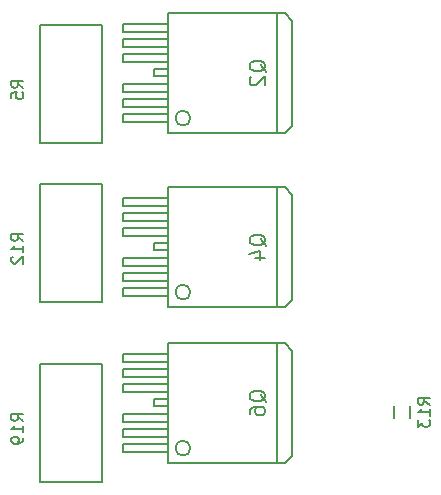
<source format=gbr>
G04 #@! TF.FileFunction,Legend,Bot*
%FSLAX46Y46*%
G04 Gerber Fmt 4.6, Leading zero omitted, Abs format (unit mm)*
G04 Created by KiCad (PCBNEW (2015-05-26 BZR 5684)-product) date Thu 13 Aug 2015 05:18:35 PM PDT*
%MOMM*%
G01*
G04 APERTURE LIST*
%ADD10C,0.100000*%
%ADD11C,0.150000*%
%ADD12C,0.200000*%
G04 APERTURE END LIST*
D10*
D11*
X149479000Y-87884000D02*
X150622000Y-87884000D01*
X149479000Y-87249000D02*
X150622000Y-87249000D01*
X149479000Y-87884000D02*
X149479000Y-87249000D01*
D12*
X150622000Y-84170000D02*
X146812000Y-84170000D01*
X146812000Y-84170000D02*
X146812000Y-83470000D01*
X146812000Y-83470000D02*
X150622000Y-83470000D01*
X150622000Y-85440000D02*
X146812000Y-85440000D01*
X146812000Y-85440000D02*
X146812000Y-84740000D01*
X146812000Y-84740000D02*
X150622000Y-84740000D01*
X150622000Y-86710000D02*
X146812000Y-86710000D01*
X146812000Y-86710000D02*
X146812000Y-86010000D01*
X146812000Y-86010000D02*
X150622000Y-86010000D01*
X150622000Y-89250000D02*
X146812000Y-89250000D01*
X146812000Y-89250000D02*
X146812000Y-88550000D01*
X146812000Y-88550000D02*
X150622000Y-88550000D01*
X150622000Y-90520000D02*
X146812000Y-90520000D01*
X146812000Y-90520000D02*
X146812000Y-89820000D01*
X146812000Y-89820000D02*
X150622000Y-89820000D01*
X150622000Y-91790000D02*
X146812000Y-91790000D01*
X146812000Y-91790000D02*
X146812000Y-91090000D01*
X146812000Y-91090000D02*
X150622000Y-91090000D01*
X152527000Y-91440000D02*
G75*
G03X152527000Y-91440000I-635000J0D01*
G01*
X159893000Y-92710000D02*
X160528000Y-92710000D01*
X160528000Y-92710000D02*
X161163000Y-92075000D01*
X161163000Y-92075000D02*
X161163000Y-83185000D01*
X161163000Y-83185000D02*
X160528000Y-82550000D01*
X160528000Y-82550000D02*
X159893000Y-82550000D01*
X150622000Y-92710000D02*
X150622000Y-82550000D01*
X150622000Y-82550000D02*
X159893000Y-82550000D01*
X159893000Y-82550000D02*
X159893000Y-92710000D01*
X159893000Y-92710000D02*
X150622000Y-92710000D01*
D11*
X149479000Y-102616000D02*
X150622000Y-102616000D01*
X149479000Y-101981000D02*
X150622000Y-101981000D01*
X149479000Y-102616000D02*
X149479000Y-101981000D01*
D12*
X150622000Y-98902000D02*
X146812000Y-98902000D01*
X146812000Y-98902000D02*
X146812000Y-98202000D01*
X146812000Y-98202000D02*
X150622000Y-98202000D01*
X150622000Y-100172000D02*
X146812000Y-100172000D01*
X146812000Y-100172000D02*
X146812000Y-99472000D01*
X146812000Y-99472000D02*
X150622000Y-99472000D01*
X150622000Y-101442000D02*
X146812000Y-101442000D01*
X146812000Y-101442000D02*
X146812000Y-100742000D01*
X146812000Y-100742000D02*
X150622000Y-100742000D01*
X150622000Y-103982000D02*
X146812000Y-103982000D01*
X146812000Y-103982000D02*
X146812000Y-103282000D01*
X146812000Y-103282000D02*
X150622000Y-103282000D01*
X150622000Y-105252000D02*
X146812000Y-105252000D01*
X146812000Y-105252000D02*
X146812000Y-104552000D01*
X146812000Y-104552000D02*
X150622000Y-104552000D01*
X150622000Y-106522000D02*
X146812000Y-106522000D01*
X146812000Y-106522000D02*
X146812000Y-105822000D01*
X146812000Y-105822000D02*
X150622000Y-105822000D01*
X152527000Y-106172000D02*
G75*
G03X152527000Y-106172000I-635000J0D01*
G01*
X159893000Y-107442000D02*
X160528000Y-107442000D01*
X160528000Y-107442000D02*
X161163000Y-106807000D01*
X161163000Y-106807000D02*
X161163000Y-97917000D01*
X161163000Y-97917000D02*
X160528000Y-97282000D01*
X160528000Y-97282000D02*
X159893000Y-97282000D01*
X150622000Y-107442000D02*
X150622000Y-97282000D01*
X150622000Y-97282000D02*
X159893000Y-97282000D01*
X159893000Y-97282000D02*
X159893000Y-107442000D01*
X159893000Y-107442000D02*
X150622000Y-107442000D01*
D11*
X149479000Y-115824000D02*
X150622000Y-115824000D01*
X149479000Y-115189000D02*
X150622000Y-115189000D01*
X149479000Y-115824000D02*
X149479000Y-115189000D01*
D12*
X150622000Y-112110000D02*
X146812000Y-112110000D01*
X146812000Y-112110000D02*
X146812000Y-111410000D01*
X146812000Y-111410000D02*
X150622000Y-111410000D01*
X150622000Y-113380000D02*
X146812000Y-113380000D01*
X146812000Y-113380000D02*
X146812000Y-112680000D01*
X146812000Y-112680000D02*
X150622000Y-112680000D01*
X150622000Y-114650000D02*
X146812000Y-114650000D01*
X146812000Y-114650000D02*
X146812000Y-113950000D01*
X146812000Y-113950000D02*
X150622000Y-113950000D01*
X150622000Y-117190000D02*
X146812000Y-117190000D01*
X146812000Y-117190000D02*
X146812000Y-116490000D01*
X146812000Y-116490000D02*
X150622000Y-116490000D01*
X150622000Y-118460000D02*
X146812000Y-118460000D01*
X146812000Y-118460000D02*
X146812000Y-117760000D01*
X146812000Y-117760000D02*
X150622000Y-117760000D01*
X150622000Y-119730000D02*
X146812000Y-119730000D01*
X146812000Y-119730000D02*
X146812000Y-119030000D01*
X146812000Y-119030000D02*
X150622000Y-119030000D01*
X152527000Y-119380000D02*
G75*
G03X152527000Y-119380000I-635000J0D01*
G01*
X159893000Y-120650000D02*
X160528000Y-120650000D01*
X160528000Y-120650000D02*
X161163000Y-120015000D01*
X161163000Y-120015000D02*
X161163000Y-111125000D01*
X161163000Y-111125000D02*
X160528000Y-110490000D01*
X160528000Y-110490000D02*
X159893000Y-110490000D01*
X150622000Y-120650000D02*
X150622000Y-110490000D01*
X150622000Y-110490000D02*
X159893000Y-110490000D01*
X159893000Y-110490000D02*
X159893000Y-120650000D01*
X159893000Y-120650000D02*
X150622000Y-120650000D01*
D11*
X145034000Y-93573600D02*
X139827000Y-93573600D01*
X139827000Y-93573600D02*
X139827000Y-83566000D01*
X139827000Y-83566000D02*
X145034000Y-83566000D01*
X145034000Y-83566000D02*
X145034000Y-93573600D01*
X145034000Y-107035600D02*
X139827000Y-107035600D01*
X139827000Y-107035600D02*
X139827000Y-97028000D01*
X139827000Y-97028000D02*
X145034000Y-97028000D01*
X145034000Y-97028000D02*
X145034000Y-107035600D01*
X169759000Y-115832000D02*
X169759000Y-116832000D01*
X171109000Y-116832000D02*
X171109000Y-115832000D01*
X145034000Y-122275600D02*
X139827000Y-122275600D01*
X139827000Y-122275600D02*
X139827000Y-112268000D01*
X139827000Y-112268000D02*
X145034000Y-112268000D01*
X145034000Y-112268000D02*
X145034000Y-122275600D01*
D12*
X158937476Y-87509048D02*
X158877000Y-87388095D01*
X158756048Y-87267143D01*
X158574619Y-87085714D01*
X158514143Y-86964762D01*
X158514143Y-86843810D01*
X158816524Y-86904286D02*
X158756048Y-86783333D01*
X158635095Y-86662381D01*
X158393190Y-86601905D01*
X157969857Y-86601905D01*
X157727952Y-86662381D01*
X157607000Y-86783333D01*
X157546524Y-86904286D01*
X157546524Y-87146190D01*
X157607000Y-87267143D01*
X157727952Y-87388095D01*
X157969857Y-87448571D01*
X158393190Y-87448571D01*
X158635095Y-87388095D01*
X158756048Y-87267143D01*
X158816524Y-87146190D01*
X158816524Y-86904286D01*
X157667476Y-87932381D02*
X157607000Y-87992857D01*
X157546524Y-88113809D01*
X157546524Y-88416190D01*
X157607000Y-88537143D01*
X157667476Y-88597619D01*
X157788429Y-88658095D01*
X157909381Y-88658095D01*
X158090810Y-88597619D01*
X158816524Y-87871905D01*
X158816524Y-88658095D01*
X158937476Y-102241048D02*
X158877000Y-102120095D01*
X158756048Y-101999143D01*
X158574619Y-101817714D01*
X158514143Y-101696762D01*
X158514143Y-101575810D01*
X158816524Y-101636286D02*
X158756048Y-101515333D01*
X158635095Y-101394381D01*
X158393190Y-101333905D01*
X157969857Y-101333905D01*
X157727952Y-101394381D01*
X157607000Y-101515333D01*
X157546524Y-101636286D01*
X157546524Y-101878190D01*
X157607000Y-101999143D01*
X157727952Y-102120095D01*
X157969857Y-102180571D01*
X158393190Y-102180571D01*
X158635095Y-102120095D01*
X158756048Y-101999143D01*
X158816524Y-101878190D01*
X158816524Y-101636286D01*
X157969857Y-103269143D02*
X158816524Y-103269143D01*
X157486048Y-102966762D02*
X158393190Y-102664381D01*
X158393190Y-103450571D01*
X158937476Y-115449048D02*
X158877000Y-115328095D01*
X158756048Y-115207143D01*
X158574619Y-115025714D01*
X158514143Y-114904762D01*
X158514143Y-114783810D01*
X158816524Y-114844286D02*
X158756048Y-114723333D01*
X158635095Y-114602381D01*
X158393190Y-114541905D01*
X157969857Y-114541905D01*
X157727952Y-114602381D01*
X157607000Y-114723333D01*
X157546524Y-114844286D01*
X157546524Y-115086190D01*
X157607000Y-115207143D01*
X157727952Y-115328095D01*
X157969857Y-115388571D01*
X158393190Y-115388571D01*
X158635095Y-115328095D01*
X158756048Y-115207143D01*
X158816524Y-115086190D01*
X158816524Y-114844286D01*
X157546524Y-116477143D02*
X157546524Y-116235238D01*
X157607000Y-116114286D01*
X157667476Y-116053809D01*
X157848905Y-115932857D01*
X158090810Y-115872381D01*
X158574619Y-115872381D01*
X158695571Y-115932857D01*
X158756048Y-115993333D01*
X158816524Y-116114286D01*
X158816524Y-116356190D01*
X158756048Y-116477143D01*
X158695571Y-116537619D01*
X158574619Y-116598095D01*
X158272238Y-116598095D01*
X158151286Y-116537619D01*
X158090810Y-116477143D01*
X158030333Y-116356190D01*
X158030333Y-116114286D01*
X158090810Y-115993333D01*
X158151286Y-115932857D01*
X158272238Y-115872381D01*
D11*
X138374381Y-88860334D02*
X137898190Y-88527000D01*
X138374381Y-88288905D02*
X137374381Y-88288905D01*
X137374381Y-88669858D01*
X137422000Y-88765096D01*
X137469619Y-88812715D01*
X137564857Y-88860334D01*
X137707714Y-88860334D01*
X137802952Y-88812715D01*
X137850571Y-88765096D01*
X137898190Y-88669858D01*
X137898190Y-88288905D01*
X137374381Y-89765096D02*
X137374381Y-89288905D01*
X137850571Y-89241286D01*
X137802952Y-89288905D01*
X137755333Y-89384143D01*
X137755333Y-89622239D01*
X137802952Y-89717477D01*
X137850571Y-89765096D01*
X137945810Y-89812715D01*
X138183905Y-89812715D01*
X138279143Y-89765096D01*
X138326762Y-89717477D01*
X138374381Y-89622239D01*
X138374381Y-89384143D01*
X138326762Y-89288905D01*
X138279143Y-89241286D01*
X138374381Y-101846143D02*
X137898190Y-101512809D01*
X138374381Y-101274714D02*
X137374381Y-101274714D01*
X137374381Y-101655667D01*
X137422000Y-101750905D01*
X137469619Y-101798524D01*
X137564857Y-101846143D01*
X137707714Y-101846143D01*
X137802952Y-101798524D01*
X137850571Y-101750905D01*
X137898190Y-101655667D01*
X137898190Y-101274714D01*
X138374381Y-102798524D02*
X138374381Y-102227095D01*
X138374381Y-102512809D02*
X137374381Y-102512809D01*
X137517238Y-102417571D01*
X137612476Y-102322333D01*
X137660095Y-102227095D01*
X137469619Y-103179476D02*
X137422000Y-103227095D01*
X137374381Y-103322333D01*
X137374381Y-103560429D01*
X137422000Y-103655667D01*
X137469619Y-103703286D01*
X137564857Y-103750905D01*
X137660095Y-103750905D01*
X137802952Y-103703286D01*
X138374381Y-103131857D01*
X138374381Y-103750905D01*
X172786381Y-115689143D02*
X172310190Y-115355809D01*
X172786381Y-115117714D02*
X171786381Y-115117714D01*
X171786381Y-115498667D01*
X171834000Y-115593905D01*
X171881619Y-115641524D01*
X171976857Y-115689143D01*
X172119714Y-115689143D01*
X172214952Y-115641524D01*
X172262571Y-115593905D01*
X172310190Y-115498667D01*
X172310190Y-115117714D01*
X172786381Y-116641524D02*
X172786381Y-116070095D01*
X172786381Y-116355809D02*
X171786381Y-116355809D01*
X171929238Y-116260571D01*
X172024476Y-116165333D01*
X172072095Y-116070095D01*
X171786381Y-116974857D02*
X171786381Y-117593905D01*
X172167333Y-117260571D01*
X172167333Y-117403429D01*
X172214952Y-117498667D01*
X172262571Y-117546286D01*
X172357810Y-117593905D01*
X172595905Y-117593905D01*
X172691143Y-117546286D01*
X172738762Y-117498667D01*
X172786381Y-117403429D01*
X172786381Y-117117714D01*
X172738762Y-117022476D01*
X172691143Y-116974857D01*
X138374381Y-117086143D02*
X137898190Y-116752809D01*
X138374381Y-116514714D02*
X137374381Y-116514714D01*
X137374381Y-116895667D01*
X137422000Y-116990905D01*
X137469619Y-117038524D01*
X137564857Y-117086143D01*
X137707714Y-117086143D01*
X137802952Y-117038524D01*
X137850571Y-116990905D01*
X137898190Y-116895667D01*
X137898190Y-116514714D01*
X138374381Y-118038524D02*
X138374381Y-117467095D01*
X138374381Y-117752809D02*
X137374381Y-117752809D01*
X137517238Y-117657571D01*
X137612476Y-117562333D01*
X137660095Y-117467095D01*
X138374381Y-118514714D02*
X138374381Y-118705190D01*
X138326762Y-118800429D01*
X138279143Y-118848048D01*
X138136286Y-118943286D01*
X137945810Y-118990905D01*
X137564857Y-118990905D01*
X137469619Y-118943286D01*
X137422000Y-118895667D01*
X137374381Y-118800429D01*
X137374381Y-118609952D01*
X137422000Y-118514714D01*
X137469619Y-118467095D01*
X137564857Y-118419476D01*
X137802952Y-118419476D01*
X137898190Y-118467095D01*
X137945810Y-118514714D01*
X137993429Y-118609952D01*
X137993429Y-118800429D01*
X137945810Y-118895667D01*
X137898190Y-118943286D01*
X137802952Y-118990905D01*
M02*

</source>
